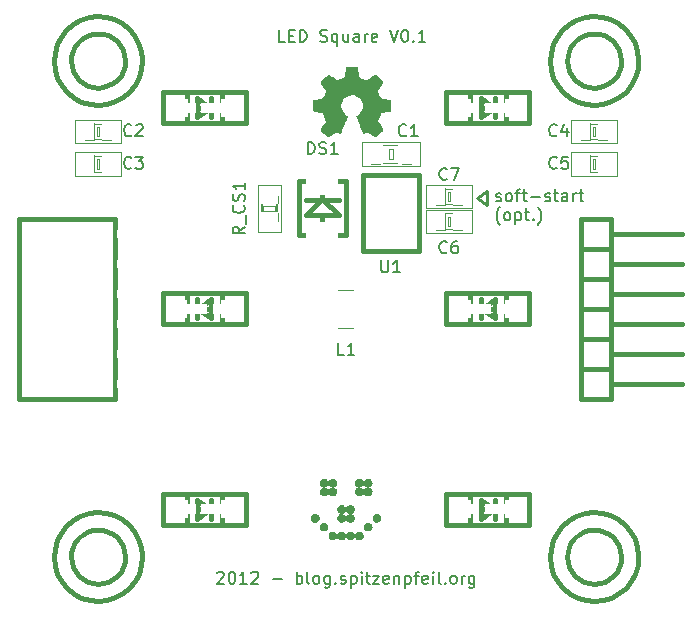
<source format=gto>
G04 (created by PCBNEW-RS274X (2012-jan-04)-stable) date Mon 29 Oct 2012 04:53:34 AM CET*
G01*
G70*
G90*
%MOIN*%
G04 Gerber Fmt 3.4, Leading zero omitted, Abs format*
%FSLAX34Y34*%
G04 APERTURE LIST*
%ADD10C,0.006000*%
%ADD11C,0.010000*%
%ADD12C,0.008000*%
%ADD13C,0.015000*%
%ADD14C,0.002600*%
%ADD15C,0.004000*%
%ADD16C,0.000100*%
%ADD17C,0.002000*%
%ADD18R,0.027600X0.063000*%
%ADD19R,0.039400X0.086600*%
%ADD20R,0.070900X0.133900*%
%ADD21C,0.075000*%
%ADD22R,0.098400X0.177200*%
%ADD23C,0.160000*%
%ADD24R,0.059000X0.051100*%
%ADD25R,0.063000X0.061000*%
%ADD26R,0.025600X0.033900*%
%ADD27R,0.066900X0.033900*%
%ADD28R,0.108300X0.108300*%
%ADD29R,0.051100X0.059000*%
%ADD30R,0.062900X0.070800*%
G04 APERTURE END LIST*
G54D10*
G54D11*
X38937Y-43780D02*
X38622Y-43543D01*
X38937Y-43307D02*
X38937Y-43780D01*
X38622Y-43543D02*
X38937Y-43307D01*
G54D12*
X39249Y-43647D02*
X39287Y-43666D01*
X39363Y-43666D01*
X39402Y-43647D01*
X39421Y-43609D01*
X39421Y-43590D01*
X39402Y-43552D01*
X39363Y-43533D01*
X39306Y-43533D01*
X39268Y-43514D01*
X39249Y-43475D01*
X39249Y-43456D01*
X39268Y-43418D01*
X39306Y-43399D01*
X39363Y-43399D01*
X39402Y-43418D01*
X39649Y-43666D02*
X39611Y-43647D01*
X39592Y-43628D01*
X39573Y-43590D01*
X39573Y-43475D01*
X39592Y-43437D01*
X39611Y-43418D01*
X39649Y-43399D01*
X39707Y-43399D01*
X39745Y-43418D01*
X39764Y-43437D01*
X39783Y-43475D01*
X39783Y-43590D01*
X39764Y-43628D01*
X39745Y-43647D01*
X39707Y-43666D01*
X39649Y-43666D01*
X39897Y-43399D02*
X40049Y-43399D01*
X39954Y-43666D02*
X39954Y-43323D01*
X39973Y-43285D01*
X40011Y-43266D01*
X40049Y-43266D01*
X40126Y-43399D02*
X40278Y-43399D01*
X40183Y-43266D02*
X40183Y-43609D01*
X40202Y-43647D01*
X40240Y-43666D01*
X40278Y-43666D01*
X40412Y-43514D02*
X40717Y-43514D01*
X40888Y-43647D02*
X40926Y-43666D01*
X41002Y-43666D01*
X41041Y-43647D01*
X41060Y-43609D01*
X41060Y-43590D01*
X41041Y-43552D01*
X41002Y-43533D01*
X40945Y-43533D01*
X40907Y-43514D01*
X40888Y-43475D01*
X40888Y-43456D01*
X40907Y-43418D01*
X40945Y-43399D01*
X41002Y-43399D01*
X41041Y-43418D01*
X41174Y-43399D02*
X41326Y-43399D01*
X41231Y-43266D02*
X41231Y-43609D01*
X41250Y-43647D01*
X41288Y-43666D01*
X41326Y-43666D01*
X41632Y-43666D02*
X41632Y-43456D01*
X41613Y-43418D01*
X41575Y-43399D01*
X41498Y-43399D01*
X41460Y-43418D01*
X41632Y-43647D02*
X41594Y-43666D01*
X41498Y-43666D01*
X41460Y-43647D01*
X41441Y-43609D01*
X41441Y-43571D01*
X41460Y-43533D01*
X41498Y-43514D01*
X41594Y-43514D01*
X41632Y-43494D01*
X41822Y-43666D02*
X41822Y-43399D01*
X41822Y-43475D02*
X41841Y-43437D01*
X41860Y-43418D01*
X41898Y-43399D01*
X41937Y-43399D01*
X42013Y-43399D02*
X42165Y-43399D01*
X42070Y-43266D02*
X42070Y-43609D01*
X42089Y-43647D01*
X42127Y-43666D01*
X42165Y-43666D01*
X39383Y-44458D02*
X39363Y-44439D01*
X39325Y-44382D01*
X39306Y-44344D01*
X39287Y-44287D01*
X39268Y-44192D01*
X39268Y-44115D01*
X39287Y-44020D01*
X39306Y-43963D01*
X39325Y-43925D01*
X39363Y-43868D01*
X39383Y-43849D01*
X39592Y-44306D02*
X39554Y-44287D01*
X39535Y-44268D01*
X39516Y-44230D01*
X39516Y-44115D01*
X39535Y-44077D01*
X39554Y-44058D01*
X39592Y-44039D01*
X39650Y-44039D01*
X39688Y-44058D01*
X39707Y-44077D01*
X39726Y-44115D01*
X39726Y-44230D01*
X39707Y-44268D01*
X39688Y-44287D01*
X39650Y-44306D01*
X39592Y-44306D01*
X39897Y-44039D02*
X39897Y-44439D01*
X39897Y-44058D02*
X39935Y-44039D01*
X40012Y-44039D01*
X40050Y-44058D01*
X40069Y-44077D01*
X40088Y-44115D01*
X40088Y-44230D01*
X40069Y-44268D01*
X40050Y-44287D01*
X40012Y-44306D01*
X39935Y-44306D01*
X39897Y-44287D01*
X40202Y-44039D02*
X40354Y-44039D01*
X40259Y-43906D02*
X40259Y-44249D01*
X40278Y-44287D01*
X40316Y-44306D01*
X40354Y-44306D01*
X40488Y-44268D02*
X40507Y-44287D01*
X40488Y-44306D01*
X40469Y-44287D01*
X40488Y-44268D01*
X40488Y-44306D01*
X40640Y-44458D02*
X40659Y-44439D01*
X40697Y-44382D01*
X40716Y-44344D01*
X40735Y-44287D01*
X40754Y-44192D01*
X40754Y-44115D01*
X40735Y-44020D01*
X40716Y-43963D01*
X40697Y-43925D01*
X40659Y-43868D01*
X40640Y-43849D01*
G54D13*
X43999Y-55512D02*
X43970Y-55799D01*
X43887Y-56075D01*
X43751Y-56330D01*
X43569Y-56554D01*
X43347Y-56738D01*
X43093Y-56875D01*
X42817Y-56960D01*
X42530Y-56990D01*
X42243Y-56964D01*
X41966Y-56883D01*
X41711Y-56749D01*
X41486Y-56568D01*
X41300Y-56347D01*
X41161Y-56094D01*
X41074Y-55819D01*
X41042Y-55532D01*
X41066Y-55246D01*
X41145Y-54968D01*
X41277Y-54711D01*
X41457Y-54485D01*
X41676Y-54298D01*
X41928Y-54157D01*
X42203Y-54068D01*
X42490Y-54034D01*
X42776Y-54056D01*
X43054Y-54134D01*
X43312Y-54264D01*
X43539Y-54441D01*
X43728Y-54660D01*
X43871Y-54911D01*
X43962Y-55185D01*
X43998Y-55471D01*
X43999Y-55512D01*
X43996Y-38976D02*
X43967Y-39262D01*
X43884Y-39538D01*
X43749Y-39792D01*
X43567Y-40016D01*
X43345Y-40199D01*
X43091Y-40336D01*
X42816Y-40421D01*
X42530Y-40451D01*
X42244Y-40425D01*
X41968Y-40344D01*
X41712Y-40211D01*
X41488Y-40030D01*
X41303Y-39809D01*
X41164Y-39557D01*
X41077Y-39282D01*
X41045Y-38996D01*
X41069Y-38710D01*
X41148Y-38433D01*
X41280Y-38177D01*
X41459Y-37951D01*
X41678Y-37764D01*
X41930Y-37624D01*
X42204Y-37535D01*
X42490Y-37501D01*
X42776Y-37523D01*
X43053Y-37600D01*
X43310Y-37730D01*
X43537Y-37908D01*
X43726Y-38126D01*
X43868Y-38376D01*
X43959Y-38649D01*
X43995Y-38935D01*
X43996Y-38976D01*
X27460Y-55512D02*
X27431Y-55798D01*
X27348Y-56074D01*
X27213Y-56328D01*
X27031Y-56552D01*
X26809Y-56735D01*
X26555Y-56872D01*
X26280Y-56957D01*
X25994Y-56987D01*
X25708Y-56961D01*
X25432Y-56880D01*
X25176Y-56747D01*
X24952Y-56566D01*
X24767Y-56345D01*
X24628Y-56093D01*
X24541Y-55818D01*
X24509Y-55532D01*
X24533Y-55246D01*
X24612Y-54969D01*
X24744Y-54713D01*
X24923Y-54487D01*
X25142Y-54300D01*
X25394Y-54160D01*
X25668Y-54071D01*
X25954Y-54037D01*
X26240Y-54059D01*
X26517Y-54136D01*
X26774Y-54266D01*
X27001Y-54444D01*
X27190Y-54662D01*
X27332Y-54912D01*
X27423Y-55185D01*
X27459Y-55471D01*
X27460Y-55512D01*
X27460Y-38976D02*
X27431Y-39262D01*
X27348Y-39538D01*
X27213Y-39792D01*
X27031Y-40016D01*
X26809Y-40199D01*
X26555Y-40336D01*
X26280Y-40421D01*
X25994Y-40451D01*
X25708Y-40425D01*
X25432Y-40344D01*
X25176Y-40211D01*
X24952Y-40030D01*
X24767Y-39809D01*
X24628Y-39557D01*
X24541Y-39282D01*
X24509Y-38996D01*
X24533Y-38710D01*
X24612Y-38433D01*
X24744Y-38177D01*
X24923Y-37951D01*
X25142Y-37764D01*
X25394Y-37624D01*
X25668Y-37535D01*
X25954Y-37501D01*
X26240Y-37523D01*
X26517Y-37600D01*
X26774Y-37730D01*
X27001Y-37908D01*
X27190Y-38126D01*
X27332Y-38376D01*
X27423Y-38649D01*
X27459Y-38935D01*
X27460Y-38976D01*
G54D12*
X32211Y-38351D02*
X32020Y-38351D01*
X32020Y-37951D01*
X32344Y-38141D02*
X32478Y-38141D01*
X32535Y-38351D02*
X32344Y-38351D01*
X32344Y-37951D01*
X32535Y-37951D01*
X32706Y-38351D02*
X32706Y-37951D01*
X32801Y-37951D01*
X32859Y-37970D01*
X32897Y-38008D01*
X32916Y-38046D01*
X32935Y-38122D01*
X32935Y-38179D01*
X32916Y-38256D01*
X32897Y-38294D01*
X32859Y-38332D01*
X32801Y-38351D01*
X32706Y-38351D01*
X33392Y-38332D02*
X33449Y-38351D01*
X33545Y-38351D01*
X33583Y-38332D01*
X33602Y-38313D01*
X33621Y-38275D01*
X33621Y-38237D01*
X33602Y-38199D01*
X33583Y-38179D01*
X33545Y-38160D01*
X33468Y-38141D01*
X33430Y-38122D01*
X33411Y-38103D01*
X33392Y-38065D01*
X33392Y-38027D01*
X33411Y-37989D01*
X33430Y-37970D01*
X33468Y-37951D01*
X33564Y-37951D01*
X33621Y-37970D01*
X33964Y-38084D02*
X33964Y-38484D01*
X33964Y-38332D02*
X33926Y-38351D01*
X33849Y-38351D01*
X33811Y-38332D01*
X33792Y-38313D01*
X33773Y-38275D01*
X33773Y-38160D01*
X33792Y-38122D01*
X33811Y-38103D01*
X33849Y-38084D01*
X33926Y-38084D01*
X33964Y-38103D01*
X34326Y-38084D02*
X34326Y-38351D01*
X34154Y-38084D02*
X34154Y-38294D01*
X34173Y-38332D01*
X34211Y-38351D01*
X34269Y-38351D01*
X34307Y-38332D01*
X34326Y-38313D01*
X34688Y-38351D02*
X34688Y-38141D01*
X34669Y-38103D01*
X34631Y-38084D01*
X34554Y-38084D01*
X34516Y-38103D01*
X34688Y-38332D02*
X34650Y-38351D01*
X34554Y-38351D01*
X34516Y-38332D01*
X34497Y-38294D01*
X34497Y-38256D01*
X34516Y-38218D01*
X34554Y-38199D01*
X34650Y-38199D01*
X34688Y-38179D01*
X34878Y-38351D02*
X34878Y-38084D01*
X34878Y-38160D02*
X34897Y-38122D01*
X34916Y-38103D01*
X34954Y-38084D01*
X34993Y-38084D01*
X35279Y-38332D02*
X35241Y-38351D01*
X35164Y-38351D01*
X35126Y-38332D01*
X35107Y-38294D01*
X35107Y-38141D01*
X35126Y-38103D01*
X35164Y-38084D01*
X35241Y-38084D01*
X35279Y-38103D01*
X35298Y-38141D01*
X35298Y-38179D01*
X35107Y-38218D01*
X35717Y-37951D02*
X35850Y-38351D01*
X35984Y-37951D01*
X36193Y-37951D02*
X36232Y-37951D01*
X36270Y-37970D01*
X36289Y-37989D01*
X36308Y-38027D01*
X36327Y-38103D01*
X36327Y-38199D01*
X36308Y-38275D01*
X36289Y-38313D01*
X36270Y-38332D01*
X36232Y-38351D01*
X36193Y-38351D01*
X36155Y-38332D01*
X36136Y-38313D01*
X36117Y-38275D01*
X36098Y-38199D01*
X36098Y-38103D01*
X36117Y-38027D01*
X36136Y-37989D01*
X36155Y-37970D01*
X36193Y-37951D01*
X36498Y-38313D02*
X36517Y-38332D01*
X36498Y-38351D01*
X36479Y-38332D01*
X36498Y-38313D01*
X36498Y-38351D01*
X36898Y-38351D02*
X36669Y-38351D01*
X36783Y-38351D02*
X36783Y-37951D01*
X36745Y-38008D01*
X36707Y-38046D01*
X36669Y-38065D01*
X29954Y-56050D02*
X29973Y-56031D01*
X30011Y-56012D01*
X30107Y-56012D01*
X30145Y-56031D01*
X30164Y-56050D01*
X30183Y-56088D01*
X30183Y-56126D01*
X30164Y-56183D01*
X29935Y-56412D01*
X30183Y-56412D01*
X30430Y-56012D02*
X30469Y-56012D01*
X30507Y-56031D01*
X30526Y-56050D01*
X30545Y-56088D01*
X30564Y-56164D01*
X30564Y-56260D01*
X30545Y-56336D01*
X30526Y-56374D01*
X30507Y-56393D01*
X30469Y-56412D01*
X30430Y-56412D01*
X30392Y-56393D01*
X30373Y-56374D01*
X30354Y-56336D01*
X30335Y-56260D01*
X30335Y-56164D01*
X30354Y-56088D01*
X30373Y-56050D01*
X30392Y-56031D01*
X30430Y-56012D01*
X30945Y-56412D02*
X30716Y-56412D01*
X30830Y-56412D02*
X30830Y-56012D01*
X30792Y-56069D01*
X30754Y-56107D01*
X30716Y-56126D01*
X31097Y-56050D02*
X31116Y-56031D01*
X31154Y-56012D01*
X31250Y-56012D01*
X31288Y-56031D01*
X31307Y-56050D01*
X31326Y-56088D01*
X31326Y-56126D01*
X31307Y-56183D01*
X31078Y-56412D01*
X31326Y-56412D01*
X31802Y-56260D02*
X32107Y-56260D01*
X32602Y-56412D02*
X32602Y-56012D01*
X32602Y-56164D02*
X32640Y-56145D01*
X32717Y-56145D01*
X32755Y-56164D01*
X32774Y-56183D01*
X32793Y-56221D01*
X32793Y-56336D01*
X32774Y-56374D01*
X32755Y-56393D01*
X32717Y-56412D01*
X32640Y-56412D01*
X32602Y-56393D01*
X33021Y-56412D02*
X32983Y-56393D01*
X32964Y-56355D01*
X32964Y-56012D01*
X33231Y-56412D02*
X33193Y-56393D01*
X33174Y-56374D01*
X33155Y-56336D01*
X33155Y-56221D01*
X33174Y-56183D01*
X33193Y-56164D01*
X33231Y-56145D01*
X33289Y-56145D01*
X33327Y-56164D01*
X33346Y-56183D01*
X33365Y-56221D01*
X33365Y-56336D01*
X33346Y-56374D01*
X33327Y-56393D01*
X33289Y-56412D01*
X33231Y-56412D01*
X33708Y-56145D02*
X33708Y-56469D01*
X33689Y-56507D01*
X33670Y-56526D01*
X33631Y-56545D01*
X33574Y-56545D01*
X33536Y-56526D01*
X33708Y-56393D02*
X33670Y-56412D01*
X33593Y-56412D01*
X33555Y-56393D01*
X33536Y-56374D01*
X33517Y-56336D01*
X33517Y-56221D01*
X33536Y-56183D01*
X33555Y-56164D01*
X33593Y-56145D01*
X33670Y-56145D01*
X33708Y-56164D01*
X33898Y-56374D02*
X33917Y-56393D01*
X33898Y-56412D01*
X33879Y-56393D01*
X33898Y-56374D01*
X33898Y-56412D01*
X34069Y-56393D02*
X34107Y-56412D01*
X34183Y-56412D01*
X34222Y-56393D01*
X34241Y-56355D01*
X34241Y-56336D01*
X34222Y-56298D01*
X34183Y-56279D01*
X34126Y-56279D01*
X34088Y-56260D01*
X34069Y-56221D01*
X34069Y-56202D01*
X34088Y-56164D01*
X34126Y-56145D01*
X34183Y-56145D01*
X34222Y-56164D01*
X34412Y-56145D02*
X34412Y-56545D01*
X34412Y-56164D02*
X34450Y-56145D01*
X34527Y-56145D01*
X34565Y-56164D01*
X34584Y-56183D01*
X34603Y-56221D01*
X34603Y-56336D01*
X34584Y-56374D01*
X34565Y-56393D01*
X34527Y-56412D01*
X34450Y-56412D01*
X34412Y-56393D01*
X34774Y-56412D02*
X34774Y-56145D01*
X34774Y-56012D02*
X34755Y-56031D01*
X34774Y-56050D01*
X34793Y-56031D01*
X34774Y-56012D01*
X34774Y-56050D01*
X34907Y-56145D02*
X35059Y-56145D01*
X34964Y-56012D02*
X34964Y-56355D01*
X34983Y-56393D01*
X35021Y-56412D01*
X35059Y-56412D01*
X35155Y-56145D02*
X35365Y-56145D01*
X35155Y-56412D01*
X35365Y-56412D01*
X35670Y-56393D02*
X35632Y-56412D01*
X35555Y-56412D01*
X35517Y-56393D01*
X35498Y-56355D01*
X35498Y-56202D01*
X35517Y-56164D01*
X35555Y-56145D01*
X35632Y-56145D01*
X35670Y-56164D01*
X35689Y-56202D01*
X35689Y-56240D01*
X35498Y-56279D01*
X35860Y-56145D02*
X35860Y-56412D01*
X35860Y-56183D02*
X35879Y-56164D01*
X35917Y-56145D01*
X35975Y-56145D01*
X36013Y-56164D01*
X36032Y-56202D01*
X36032Y-56412D01*
X36222Y-56145D02*
X36222Y-56545D01*
X36222Y-56164D02*
X36260Y-56145D01*
X36337Y-56145D01*
X36375Y-56164D01*
X36394Y-56183D01*
X36413Y-56221D01*
X36413Y-56336D01*
X36394Y-56374D01*
X36375Y-56393D01*
X36337Y-56412D01*
X36260Y-56412D01*
X36222Y-56393D01*
X36527Y-56145D02*
X36679Y-56145D01*
X36584Y-56412D02*
X36584Y-56069D01*
X36603Y-56031D01*
X36641Y-56012D01*
X36679Y-56012D01*
X36966Y-56393D02*
X36928Y-56412D01*
X36851Y-56412D01*
X36813Y-56393D01*
X36794Y-56355D01*
X36794Y-56202D01*
X36813Y-56164D01*
X36851Y-56145D01*
X36928Y-56145D01*
X36966Y-56164D01*
X36985Y-56202D01*
X36985Y-56240D01*
X36794Y-56279D01*
X37156Y-56412D02*
X37156Y-56145D01*
X37156Y-56012D02*
X37137Y-56031D01*
X37156Y-56050D01*
X37175Y-56031D01*
X37156Y-56012D01*
X37156Y-56050D01*
X37403Y-56412D02*
X37365Y-56393D01*
X37346Y-56355D01*
X37346Y-56012D01*
X37556Y-56374D02*
X37575Y-56393D01*
X37556Y-56412D01*
X37537Y-56393D01*
X37556Y-56374D01*
X37556Y-56412D01*
X37803Y-56412D02*
X37765Y-56393D01*
X37746Y-56374D01*
X37727Y-56336D01*
X37727Y-56221D01*
X37746Y-56183D01*
X37765Y-56164D01*
X37803Y-56145D01*
X37861Y-56145D01*
X37899Y-56164D01*
X37918Y-56183D01*
X37937Y-56221D01*
X37937Y-56336D01*
X37918Y-56374D01*
X37899Y-56393D01*
X37861Y-56412D01*
X37803Y-56412D01*
X38108Y-56412D02*
X38108Y-56145D01*
X38108Y-56221D02*
X38127Y-56183D01*
X38146Y-56164D01*
X38184Y-56145D01*
X38223Y-56145D01*
X38528Y-56145D02*
X38528Y-56469D01*
X38509Y-56507D01*
X38490Y-56526D01*
X38451Y-56545D01*
X38394Y-56545D01*
X38356Y-56526D01*
X38528Y-56393D02*
X38490Y-56412D01*
X38413Y-56412D01*
X38375Y-56393D01*
X38356Y-56374D01*
X38337Y-56336D01*
X38337Y-56221D01*
X38356Y-56183D01*
X38375Y-56164D01*
X38413Y-56145D01*
X38490Y-56145D01*
X38528Y-56164D01*
G54D13*
X34803Y-42796D02*
X36693Y-42796D01*
X36693Y-42796D02*
X36693Y-45316D01*
X36693Y-45316D02*
X34803Y-45316D01*
X34803Y-45316D02*
X34803Y-42796D01*
X43070Y-44244D02*
X43070Y-50244D01*
X42086Y-50244D02*
X43070Y-50244D01*
X42086Y-44244D02*
X43070Y-44244D01*
X42086Y-50244D02*
X42086Y-44244D01*
X43070Y-44744D02*
X45433Y-44744D01*
X43070Y-45744D02*
X45433Y-45744D01*
X43070Y-46744D02*
X45433Y-46744D01*
X45433Y-47744D02*
X43070Y-47744D01*
X43070Y-48744D02*
X45433Y-48744D01*
X43070Y-49744D02*
X45433Y-49744D01*
X42086Y-45244D02*
X43070Y-45244D01*
X42086Y-46244D02*
X43070Y-46244D01*
X42086Y-49244D02*
X43070Y-49244D01*
X42086Y-48244D02*
X43070Y-48244D01*
X42086Y-47244D02*
X43070Y-47244D01*
X26536Y-44244D02*
X23347Y-44244D01*
X23347Y-44244D02*
X23347Y-50244D01*
X23347Y-50244D02*
X26536Y-50244D01*
X26536Y-44244D02*
X26536Y-50244D01*
G54D14*
X33312Y-47894D02*
X33687Y-47894D01*
X33687Y-47894D02*
X33687Y-46595D01*
X33312Y-46595D02*
X33687Y-46595D01*
X33312Y-47894D02*
X33312Y-46595D01*
X34822Y-47894D02*
X35196Y-47894D01*
X35196Y-47894D02*
X35196Y-46595D01*
X34822Y-46595D02*
X35196Y-46595D01*
X34822Y-47894D02*
X34822Y-46595D01*
G54D15*
X33672Y-46614D02*
X34832Y-46614D01*
X33682Y-47874D02*
X34832Y-47874D01*
G54D13*
X26884Y-55512D02*
X26866Y-55686D01*
X26816Y-55854D01*
X26733Y-56010D01*
X26622Y-56146D01*
X26487Y-56258D01*
X26332Y-56341D01*
X26164Y-56393D01*
X25990Y-56411D01*
X25816Y-56396D01*
X25647Y-56346D01*
X25492Y-56265D01*
X25355Y-56155D01*
X25242Y-56020D01*
X25157Y-55866D01*
X25104Y-55699D01*
X25085Y-55524D01*
X25099Y-55350D01*
X25148Y-55181D01*
X25228Y-55025D01*
X25337Y-54887D01*
X25471Y-54773D01*
X25624Y-54688D01*
X25791Y-54633D01*
X25966Y-54613D01*
X26140Y-54626D01*
X26309Y-54673D01*
X26466Y-54753D01*
X26604Y-54861D01*
X26719Y-54994D01*
X26806Y-55146D01*
X26861Y-55313D01*
X26883Y-55487D01*
X26884Y-55512D01*
X43420Y-55512D02*
X43402Y-55686D01*
X43352Y-55854D01*
X43269Y-56010D01*
X43158Y-56146D01*
X43023Y-56258D01*
X42868Y-56341D01*
X42700Y-56393D01*
X42526Y-56411D01*
X42352Y-56396D01*
X42183Y-56346D01*
X42028Y-56265D01*
X41891Y-56155D01*
X41778Y-56020D01*
X41693Y-55866D01*
X41640Y-55699D01*
X41621Y-55524D01*
X41635Y-55350D01*
X41684Y-55181D01*
X41764Y-55025D01*
X41873Y-54887D01*
X42007Y-54773D01*
X42160Y-54688D01*
X42327Y-54633D01*
X42502Y-54613D01*
X42676Y-54626D01*
X42845Y-54673D01*
X43002Y-54753D01*
X43140Y-54861D01*
X43255Y-54994D01*
X43342Y-55146D01*
X43397Y-55313D01*
X43419Y-55487D01*
X43420Y-55512D01*
X43420Y-38976D02*
X43402Y-39150D01*
X43352Y-39318D01*
X43269Y-39474D01*
X43158Y-39610D01*
X43023Y-39722D01*
X42868Y-39805D01*
X42700Y-39857D01*
X42526Y-39875D01*
X42352Y-39860D01*
X42183Y-39810D01*
X42028Y-39729D01*
X41891Y-39619D01*
X41778Y-39484D01*
X41693Y-39330D01*
X41640Y-39163D01*
X41621Y-38988D01*
X41635Y-38814D01*
X41684Y-38645D01*
X41764Y-38489D01*
X41873Y-38351D01*
X42007Y-38237D01*
X42160Y-38152D01*
X42327Y-38097D01*
X42502Y-38077D01*
X42676Y-38090D01*
X42845Y-38137D01*
X43002Y-38217D01*
X43140Y-38325D01*
X43255Y-38458D01*
X43342Y-38610D01*
X43397Y-38777D01*
X43419Y-38951D01*
X43420Y-38976D01*
X26884Y-38976D02*
X26866Y-39150D01*
X26816Y-39318D01*
X26733Y-39474D01*
X26622Y-39610D01*
X26487Y-39722D01*
X26332Y-39805D01*
X26164Y-39857D01*
X25990Y-39875D01*
X25816Y-39860D01*
X25647Y-39810D01*
X25492Y-39729D01*
X25355Y-39619D01*
X25242Y-39484D01*
X25157Y-39330D01*
X25104Y-39163D01*
X25085Y-38988D01*
X25099Y-38814D01*
X25148Y-38645D01*
X25228Y-38489D01*
X25337Y-38351D01*
X25471Y-38237D01*
X25624Y-38152D01*
X25791Y-38097D01*
X25966Y-38077D01*
X26140Y-38090D01*
X26309Y-38137D01*
X26466Y-38217D01*
X26604Y-38325D01*
X26719Y-38458D01*
X26806Y-38610D01*
X26861Y-38777D01*
X26883Y-38951D01*
X26884Y-38976D01*
G54D16*
G36*
X33652Y-41535D02*
X33666Y-41527D01*
X33697Y-41508D01*
X33741Y-41479D01*
X33793Y-41445D01*
X33845Y-41409D01*
X33888Y-41381D01*
X33918Y-41361D01*
X33930Y-41354D01*
X33937Y-41357D01*
X33962Y-41369D01*
X33997Y-41387D01*
X34018Y-41398D01*
X34051Y-41412D01*
X34068Y-41415D01*
X34070Y-41411D01*
X34082Y-41386D01*
X34101Y-41343D01*
X34126Y-41286D01*
X34155Y-41219D01*
X34185Y-41147D01*
X34216Y-41074D01*
X34245Y-41004D01*
X34270Y-40941D01*
X34291Y-40889D01*
X34305Y-40854D01*
X34310Y-40839D01*
X34308Y-40835D01*
X34292Y-40819D01*
X34263Y-40798D01*
X34201Y-40747D01*
X34139Y-40671D01*
X34102Y-40584D01*
X34089Y-40487D01*
X34100Y-40397D01*
X34135Y-40311D01*
X34195Y-40234D01*
X34268Y-40176D01*
X34353Y-40140D01*
X34449Y-40128D01*
X34540Y-40138D01*
X34628Y-40173D01*
X34706Y-40232D01*
X34739Y-40270D01*
X34784Y-40348D01*
X34809Y-40432D01*
X34812Y-40454D01*
X34808Y-40546D01*
X34781Y-40634D01*
X34732Y-40713D01*
X34665Y-40778D01*
X34656Y-40784D01*
X34625Y-40808D01*
X34604Y-40824D01*
X34587Y-40837D01*
X34705Y-41120D01*
X34724Y-41165D01*
X34756Y-41243D01*
X34784Y-41309D01*
X34807Y-41362D01*
X34823Y-41398D01*
X34830Y-41412D01*
X34830Y-41413D01*
X34841Y-41415D01*
X34862Y-41407D01*
X34902Y-41388D01*
X34928Y-41374D01*
X34958Y-41360D01*
X34972Y-41354D01*
X34983Y-41361D01*
X35012Y-41379D01*
X35054Y-41407D01*
X35105Y-41442D01*
X35153Y-41475D01*
X35197Y-41504D01*
X35229Y-41525D01*
X35245Y-41533D01*
X35247Y-41533D01*
X35261Y-41525D01*
X35287Y-41504D01*
X35325Y-41468D01*
X35380Y-41414D01*
X35388Y-41405D01*
X35433Y-41360D01*
X35469Y-41322D01*
X35494Y-41294D01*
X35503Y-41282D01*
X35503Y-41282D01*
X35495Y-41267D01*
X35474Y-41234D01*
X35445Y-41189D01*
X35409Y-41137D01*
X35315Y-41001D01*
X35367Y-40872D01*
X35383Y-40833D01*
X35403Y-40785D01*
X35418Y-40751D01*
X35425Y-40736D01*
X35439Y-40731D01*
X35474Y-40723D01*
X35525Y-40712D01*
X35586Y-40701D01*
X35644Y-40690D01*
X35696Y-40680D01*
X35734Y-40673D01*
X35751Y-40670D01*
X35755Y-40667D01*
X35759Y-40659D01*
X35761Y-40641D01*
X35762Y-40609D01*
X35763Y-40559D01*
X35763Y-40487D01*
X35763Y-40479D01*
X35762Y-40410D01*
X35761Y-40355D01*
X35759Y-40319D01*
X35757Y-40305D01*
X35757Y-40305D01*
X35740Y-40301D01*
X35703Y-40293D01*
X35651Y-40283D01*
X35589Y-40271D01*
X35585Y-40270D01*
X35523Y-40258D01*
X35470Y-40247D01*
X35434Y-40239D01*
X35419Y-40234D01*
X35415Y-40230D01*
X35403Y-40205D01*
X35385Y-40167D01*
X35364Y-40120D01*
X35344Y-40071D01*
X35327Y-40027D01*
X35315Y-39994D01*
X35311Y-39979D01*
X35311Y-39979D01*
X35321Y-39964D01*
X35342Y-39932D01*
X35372Y-39887D01*
X35409Y-39834D01*
X35411Y-39830D01*
X35447Y-39778D01*
X35476Y-39733D01*
X35495Y-39701D01*
X35503Y-39687D01*
X35502Y-39686D01*
X35491Y-39671D01*
X35464Y-39641D01*
X35426Y-39601D01*
X35380Y-39554D01*
X35365Y-39540D01*
X35314Y-39490D01*
X35278Y-39457D01*
X35256Y-39440D01*
X35246Y-39436D01*
X35245Y-39436D01*
X35229Y-39446D01*
X35196Y-39468D01*
X35151Y-39498D01*
X35098Y-39534D01*
X35094Y-39537D01*
X35042Y-39573D01*
X34998Y-39602D01*
X34967Y-39623D01*
X34953Y-39631D01*
X34951Y-39631D01*
X34929Y-39625D01*
X34892Y-39612D01*
X34846Y-39594D01*
X34797Y-39574D01*
X34753Y-39556D01*
X34720Y-39541D01*
X34705Y-39532D01*
X34704Y-39531D01*
X34699Y-39512D01*
X34690Y-39473D01*
X34678Y-39419D01*
X34666Y-39354D01*
X34664Y-39344D01*
X34652Y-39281D01*
X34642Y-39230D01*
X34635Y-39194D01*
X34631Y-39179D01*
X34622Y-39177D01*
X34592Y-39175D01*
X34545Y-39174D01*
X34489Y-39173D01*
X34429Y-39173D01*
X34371Y-39175D01*
X34322Y-39176D01*
X34286Y-39179D01*
X34271Y-39182D01*
X34271Y-39183D01*
X34265Y-39202D01*
X34257Y-39241D01*
X34246Y-39296D01*
X34233Y-39360D01*
X34231Y-39372D01*
X34219Y-39434D01*
X34209Y-39485D01*
X34201Y-39521D01*
X34197Y-39535D01*
X34192Y-39538D01*
X34166Y-39549D01*
X34124Y-39566D01*
X34072Y-39587D01*
X33952Y-39636D01*
X33804Y-39535D01*
X33791Y-39526D01*
X33738Y-39489D01*
X33694Y-39460D01*
X33664Y-39441D01*
X33651Y-39434D01*
X33650Y-39434D01*
X33635Y-39447D01*
X33606Y-39474D01*
X33566Y-39513D01*
X33520Y-39560D01*
X33485Y-39594D01*
X33445Y-39635D01*
X33419Y-39663D01*
X33405Y-39681D01*
X33400Y-39692D01*
X33401Y-39699D01*
X33411Y-39714D01*
X33432Y-39747D01*
X33463Y-39791D01*
X33499Y-39844D01*
X33528Y-39887D01*
X33560Y-39937D01*
X33581Y-39972D01*
X33588Y-39989D01*
X33586Y-39997D01*
X33576Y-40025D01*
X33559Y-40069D01*
X33536Y-40121D01*
X33485Y-40238D01*
X33409Y-40253D01*
X33362Y-40261D01*
X33297Y-40274D01*
X33235Y-40286D01*
X33138Y-40305D01*
X33135Y-40661D01*
X33150Y-40667D01*
X33164Y-40671D01*
X33200Y-40679D01*
X33251Y-40689D01*
X33312Y-40700D01*
X33363Y-40710D01*
X33415Y-40720D01*
X33453Y-40727D01*
X33469Y-40731D01*
X33473Y-40736D01*
X33486Y-40761D01*
X33505Y-40801D01*
X33525Y-40849D01*
X33546Y-40899D01*
X33564Y-40945D01*
X33577Y-40980D01*
X33582Y-40999D01*
X33575Y-41012D01*
X33555Y-41043D01*
X33527Y-41086D01*
X33491Y-41138D01*
X33456Y-41189D01*
X33426Y-41234D01*
X33406Y-41265D01*
X33397Y-41280D01*
X33401Y-41290D01*
X33422Y-41315D01*
X33461Y-41355D01*
X33519Y-41412D01*
X33528Y-41421D01*
X33574Y-41466D01*
X33613Y-41502D01*
X33640Y-41526D01*
X33652Y-41535D01*
X33652Y-41535D01*
G37*
G36*
X34696Y-54966D02*
X34725Y-54962D01*
X34753Y-54953D01*
X34765Y-54947D01*
X34790Y-54929D01*
X34810Y-54907D01*
X34825Y-54883D01*
X34835Y-54856D01*
X34839Y-54827D01*
X34838Y-54798D01*
X34831Y-54769D01*
X34818Y-54742D01*
X34810Y-54730D01*
X34797Y-54716D01*
X34784Y-54704D01*
X34771Y-54694D01*
X34767Y-54692D01*
X34742Y-54680D01*
X34716Y-54674D01*
X34686Y-54672D01*
X34677Y-54673D01*
X34660Y-54675D01*
X34646Y-54679D01*
X34631Y-54685D01*
X34614Y-54695D01*
X34590Y-54714D01*
X34570Y-54737D01*
X34556Y-54764D01*
X34552Y-54777D01*
X34548Y-54791D01*
X34546Y-54803D01*
X34546Y-54804D01*
X34546Y-54804D01*
X34545Y-54798D01*
X34544Y-54797D01*
X34540Y-54779D01*
X34533Y-54759D01*
X34524Y-54742D01*
X34508Y-54720D01*
X34485Y-54700D01*
X34459Y-54685D01*
X34430Y-54675D01*
X34399Y-54672D01*
X34391Y-54672D01*
X34368Y-54675D01*
X34346Y-54681D01*
X34342Y-54683D01*
X34317Y-54697D01*
X34295Y-54715D01*
X34276Y-54737D01*
X34263Y-54762D01*
X34255Y-54788D01*
X34254Y-54789D01*
X34253Y-54796D01*
X34252Y-54799D01*
X34252Y-54799D01*
X34251Y-54795D01*
X34249Y-54788D01*
X34249Y-54785D01*
X34240Y-54760D01*
X34226Y-54735D01*
X34207Y-54713D01*
X34190Y-54698D01*
X34164Y-54683D01*
X34136Y-54675D01*
X34105Y-54672D01*
X34083Y-54674D01*
X34053Y-54681D01*
X34027Y-54694D01*
X34003Y-54713D01*
X33984Y-54736D01*
X33981Y-54740D01*
X33975Y-54751D01*
X33970Y-54760D01*
X33968Y-54767D01*
X33964Y-54780D01*
X33961Y-54793D01*
X33959Y-54802D01*
X33959Y-54804D01*
X33958Y-54804D01*
X33957Y-54798D01*
X33954Y-54782D01*
X33947Y-54762D01*
X33938Y-54744D01*
X33921Y-54720D01*
X33898Y-54700D01*
X33872Y-54685D01*
X33843Y-54675D01*
X33812Y-54672D01*
X33785Y-54674D01*
X33756Y-54682D01*
X33730Y-54696D01*
X33706Y-54717D01*
X33695Y-54729D01*
X33684Y-54746D01*
X33675Y-54764D01*
X33669Y-54780D01*
X33665Y-54809D01*
X33666Y-54838D01*
X33672Y-54865D01*
X33683Y-54891D01*
X33700Y-54914D01*
X33720Y-54934D01*
X33743Y-54949D01*
X33770Y-54960D01*
X33800Y-54965D01*
X33803Y-54965D01*
X33833Y-54964D01*
X33861Y-54957D01*
X33888Y-54944D01*
X33897Y-54938D01*
X33917Y-54921D01*
X33934Y-54900D01*
X33946Y-54878D01*
X33950Y-54870D01*
X33953Y-54857D01*
X33957Y-54844D01*
X33958Y-54835D01*
X33958Y-54829D01*
X33959Y-54834D01*
X33959Y-54839D01*
X33962Y-54852D01*
X33967Y-54867D01*
X33971Y-54879D01*
X33978Y-54892D01*
X33996Y-54917D01*
X34019Y-54937D01*
X34045Y-54953D01*
X34074Y-54963D01*
X34079Y-54964D01*
X34099Y-54965D01*
X34120Y-54965D01*
X34139Y-54962D01*
X34159Y-54956D01*
X34187Y-54941D01*
X34211Y-54921D01*
X34212Y-54920D01*
X34229Y-54898D01*
X34242Y-54874D01*
X34249Y-54849D01*
X34250Y-54848D01*
X34251Y-54841D01*
X34252Y-54838D01*
X34253Y-54840D01*
X34254Y-54846D01*
X34254Y-54848D01*
X34258Y-54863D01*
X34265Y-54880D01*
X34273Y-54896D01*
X34286Y-54914D01*
X34309Y-54935D01*
X34335Y-54951D01*
X34364Y-54962D01*
X34369Y-54963D01*
X34389Y-54965D01*
X34410Y-54965D01*
X34429Y-54963D01*
X34446Y-54958D01*
X34473Y-54945D01*
X34497Y-54927D01*
X34518Y-54905D01*
X34533Y-54879D01*
X34536Y-54871D01*
X34540Y-54857D01*
X34543Y-54844D01*
X34545Y-54835D01*
X34545Y-54833D01*
X34545Y-54833D01*
X34546Y-54839D01*
X34547Y-54840D01*
X34551Y-54858D01*
X34558Y-54878D01*
X34567Y-54895D01*
X34571Y-54901D01*
X34590Y-54923D01*
X34613Y-54942D01*
X34638Y-54956D01*
X34666Y-54963D01*
X34696Y-54966D01*
X34696Y-54966D01*
G37*
G36*
X33508Y-54672D02*
X33526Y-54671D01*
X33543Y-54669D01*
X33563Y-54664D01*
X33590Y-54652D01*
X33615Y-54635D01*
X33635Y-54613D01*
X33650Y-54587D01*
X33660Y-54559D01*
X33664Y-54530D01*
X33662Y-54500D01*
X33655Y-54472D01*
X33641Y-54445D01*
X33623Y-54422D01*
X33599Y-54402D01*
X33592Y-54398D01*
X33563Y-54385D01*
X33534Y-54378D01*
X33503Y-54378D01*
X33473Y-54384D01*
X33449Y-54394D01*
X33424Y-54411D01*
X33402Y-54433D01*
X33386Y-54459D01*
X33374Y-54489D01*
X33372Y-54503D01*
X33371Y-54522D01*
X33371Y-54541D01*
X33374Y-54557D01*
X33375Y-54563D01*
X33387Y-54592D01*
X33404Y-54618D01*
X33426Y-54640D01*
X33453Y-54657D01*
X33466Y-54662D01*
X33482Y-54668D01*
X33498Y-54671D01*
X33508Y-54672D01*
X33508Y-54672D01*
G37*
G36*
X34990Y-54672D02*
X35020Y-54668D01*
X35049Y-54658D01*
X35077Y-54641D01*
X35082Y-54636D01*
X35103Y-54615D01*
X35119Y-54589D01*
X35130Y-54561D01*
X35132Y-54546D01*
X35133Y-54527D01*
X35133Y-54508D01*
X35130Y-54492D01*
X35129Y-54485D01*
X35117Y-54456D01*
X35100Y-54431D01*
X35079Y-54410D01*
X35053Y-54394D01*
X35025Y-54383D01*
X34995Y-54378D01*
X34983Y-54377D01*
X34954Y-54381D01*
X34926Y-54390D01*
X34901Y-54405D01*
X34880Y-54424D01*
X34862Y-54446D01*
X34849Y-54472D01*
X34842Y-54501D01*
X34840Y-54531D01*
X34842Y-54549D01*
X34845Y-54565D01*
X34851Y-54582D01*
X34863Y-54605D01*
X34882Y-54628D01*
X34905Y-54647D01*
X34931Y-54661D01*
X34960Y-54669D01*
X34990Y-54672D01*
X34990Y-54672D01*
G37*
G36*
X33215Y-54377D02*
X33236Y-54377D01*
X33254Y-54375D01*
X33275Y-54368D01*
X33302Y-54354D01*
X33327Y-54334D01*
X33343Y-54316D01*
X33358Y-54291D01*
X33367Y-54262D01*
X33369Y-54250D01*
X33370Y-54233D01*
X33370Y-54215D01*
X33368Y-54200D01*
X33365Y-54191D01*
X33354Y-54162D01*
X33337Y-54137D01*
X33315Y-54115D01*
X33288Y-54099D01*
X33278Y-54094D01*
X33259Y-54088D01*
X33240Y-54085D01*
X33218Y-54084D01*
X33204Y-54085D01*
X33188Y-54087D01*
X33174Y-54092D01*
X33158Y-54099D01*
X33148Y-54104D01*
X33124Y-54122D01*
X33104Y-54145D01*
X33088Y-54172D01*
X33079Y-54202D01*
X33078Y-54208D01*
X33077Y-54226D01*
X33077Y-54244D01*
X33079Y-54260D01*
X33081Y-54270D01*
X33093Y-54299D01*
X33110Y-54324D01*
X33131Y-54345D01*
X33157Y-54362D01*
X33187Y-54373D01*
X33196Y-54375D01*
X33215Y-54377D01*
X33215Y-54377D01*
G37*
G36*
X34395Y-54377D02*
X34424Y-54375D01*
X34452Y-54368D01*
X34469Y-54360D01*
X34494Y-54342D01*
X34515Y-54321D01*
X34531Y-54295D01*
X34541Y-54266D01*
X34543Y-54260D01*
X34546Y-54236D01*
X34545Y-54214D01*
X34539Y-54188D01*
X34527Y-54159D01*
X34510Y-54135D01*
X34488Y-54114D01*
X34462Y-54098D01*
X34432Y-54087D01*
X34413Y-54083D01*
X34423Y-54081D01*
X34425Y-54081D01*
X34446Y-54076D01*
X34468Y-54066D01*
X34489Y-54053D01*
X34492Y-54050D01*
X34513Y-54028D01*
X34529Y-54004D01*
X34540Y-53976D01*
X34545Y-53948D01*
X34544Y-53919D01*
X34538Y-53890D01*
X34525Y-53863D01*
X34525Y-53862D01*
X34506Y-53837D01*
X34484Y-53818D01*
X34459Y-53804D01*
X34432Y-53795D01*
X34404Y-53791D01*
X34376Y-53792D01*
X34348Y-53799D01*
X34321Y-53812D01*
X34297Y-53831D01*
X34284Y-53845D01*
X34270Y-53866D01*
X34259Y-53889D01*
X34254Y-53911D01*
X34253Y-53916D01*
X34252Y-53919D01*
X34251Y-53917D01*
X34250Y-53911D01*
X34245Y-53891D01*
X34236Y-53870D01*
X34224Y-53850D01*
X34217Y-53841D01*
X34194Y-53820D01*
X34169Y-53805D01*
X34141Y-53795D01*
X34111Y-53790D01*
X34081Y-53793D01*
X34062Y-53797D01*
X34034Y-53809D01*
X34010Y-53826D01*
X33989Y-53848D01*
X33973Y-53873D01*
X33963Y-53902D01*
X33960Y-53917D01*
X33959Y-53947D01*
X33964Y-53976D01*
X33975Y-54004D01*
X33991Y-54028D01*
X34012Y-54050D01*
X34038Y-54067D01*
X34050Y-54072D01*
X34063Y-54077D01*
X34076Y-54081D01*
X34086Y-54082D01*
X34087Y-54083D01*
X34087Y-54083D01*
X34080Y-54085D01*
X34066Y-54089D01*
X34046Y-54096D01*
X34029Y-54105D01*
X34020Y-54111D01*
X34000Y-54128D01*
X33983Y-54149D01*
X33970Y-54171D01*
X33963Y-54195D01*
X33959Y-54222D01*
X33959Y-54247D01*
X33960Y-54253D01*
X33968Y-54283D01*
X33982Y-54310D01*
X34002Y-54334D01*
X34018Y-54349D01*
X34045Y-54365D01*
X34074Y-54375D01*
X34085Y-54376D01*
X34101Y-54377D01*
X34118Y-54376D01*
X34134Y-54375D01*
X34145Y-54372D01*
X34155Y-54369D01*
X34184Y-54355D01*
X34208Y-54336D01*
X34228Y-54312D01*
X34235Y-54300D01*
X34244Y-54280D01*
X34249Y-54261D01*
X34250Y-54260D01*
X34251Y-54253D01*
X34252Y-54250D01*
X34252Y-54250D01*
X34252Y-54211D01*
X34252Y-54211D01*
X34251Y-54208D01*
X34249Y-54200D01*
X34249Y-54198D01*
X34240Y-54172D01*
X34226Y-54147D01*
X34207Y-54125D01*
X34185Y-54107D01*
X34160Y-54094D01*
X34159Y-54093D01*
X34146Y-54089D01*
X34133Y-54086D01*
X34120Y-54083D01*
X34133Y-54081D01*
X34150Y-54077D01*
X34176Y-54065D01*
X34201Y-54048D01*
X34221Y-54028D01*
X34237Y-54003D01*
X34242Y-53991D01*
X34247Y-53976D01*
X34250Y-53963D01*
X34251Y-53958D01*
X34252Y-53955D01*
X34253Y-53957D01*
X34254Y-53963D01*
X34256Y-53974D01*
X34261Y-53989D01*
X34267Y-54003D01*
X34276Y-54019D01*
X34295Y-54041D01*
X34318Y-54060D01*
X34344Y-54073D01*
X34372Y-54081D01*
X34385Y-54083D01*
X34371Y-54086D01*
X34369Y-54086D01*
X34356Y-54090D01*
X34344Y-54094D01*
X34341Y-54095D01*
X34317Y-54108D01*
X34295Y-54127D01*
X34276Y-54149D01*
X34263Y-54174D01*
X34255Y-54200D01*
X34254Y-54201D01*
X34253Y-54208D01*
X34252Y-54211D01*
X34252Y-54250D01*
X34252Y-54250D01*
X34253Y-54254D01*
X34255Y-54261D01*
X34260Y-54280D01*
X34272Y-54306D01*
X34290Y-54330D01*
X34312Y-54349D01*
X34338Y-54364D01*
X34338Y-54365D01*
X34365Y-54374D01*
X34395Y-54377D01*
X34395Y-54377D01*
G37*
G36*
X35270Y-54377D02*
X35294Y-54377D01*
X35315Y-54374D01*
X35329Y-54369D01*
X35357Y-54356D01*
X35381Y-54338D01*
X35401Y-54316D01*
X35415Y-54290D01*
X35424Y-54261D01*
X35428Y-54231D01*
X35427Y-54218D01*
X35422Y-54188D01*
X35410Y-54160D01*
X35391Y-54134D01*
X35386Y-54128D01*
X35366Y-54110D01*
X35341Y-54097D01*
X35315Y-54087D01*
X35314Y-54087D01*
X35292Y-54084D01*
X35269Y-54084D01*
X35247Y-54087D01*
X35238Y-54090D01*
X35211Y-54101D01*
X35186Y-54118D01*
X35166Y-54138D01*
X35150Y-54163D01*
X35139Y-54189D01*
X35134Y-54218D01*
X35134Y-54247D01*
X35141Y-54277D01*
X35151Y-54299D01*
X35168Y-54325D01*
X35190Y-54346D01*
X35215Y-54362D01*
X35244Y-54373D01*
X35247Y-54374D01*
X35270Y-54377D01*
X35270Y-54377D01*
G37*
G36*
X33816Y-53497D02*
X33845Y-53493D01*
X33873Y-53483D01*
X33887Y-53476D01*
X33900Y-53467D01*
X33914Y-53454D01*
X33929Y-53438D01*
X33944Y-53413D01*
X33954Y-53385D01*
X33956Y-53377D01*
X33958Y-53357D01*
X33958Y-53336D01*
X33956Y-53318D01*
X33948Y-53294D01*
X33934Y-53268D01*
X33916Y-53246D01*
X33913Y-53243D01*
X33899Y-53232D01*
X33884Y-53222D01*
X33869Y-53214D01*
X33864Y-53212D01*
X33852Y-53208D01*
X33840Y-53205D01*
X33831Y-53204D01*
X33826Y-53203D01*
X33832Y-53202D01*
X33839Y-53200D01*
X33848Y-53198D01*
X33858Y-53195D01*
X33881Y-53185D01*
X33902Y-53171D01*
X33920Y-53155D01*
X33923Y-53152D01*
X33940Y-53126D01*
X33952Y-53098D01*
X33958Y-53069D01*
X33958Y-53040D01*
X33957Y-53033D01*
X33949Y-53003D01*
X33935Y-52976D01*
X33915Y-52952D01*
X33897Y-52936D01*
X33872Y-52921D01*
X33843Y-52911D01*
X33837Y-52910D01*
X33817Y-52909D01*
X33796Y-52909D01*
X33778Y-52912D01*
X33761Y-52917D01*
X33734Y-52930D01*
X33710Y-52949D01*
X33691Y-52971D01*
X33676Y-52996D01*
X33668Y-53024D01*
X33667Y-53028D01*
X33665Y-53035D01*
X33663Y-53037D01*
X33663Y-53034D01*
X33662Y-53028D01*
X33659Y-53016D01*
X33655Y-53003D01*
X33650Y-52991D01*
X33645Y-52983D01*
X33627Y-52957D01*
X33604Y-52937D01*
X33579Y-52921D01*
X33550Y-52912D01*
X33519Y-52909D01*
X33494Y-52910D01*
X33466Y-52917D01*
X33440Y-52930D01*
X33425Y-52941D01*
X33404Y-52962D01*
X33387Y-52987D01*
X33376Y-53014D01*
X33371Y-53043D01*
X33371Y-53072D01*
X33377Y-53100D01*
X33390Y-53128D01*
X33407Y-53153D01*
X33430Y-53173D01*
X33456Y-53189D01*
X33486Y-53199D01*
X33503Y-53203D01*
X33494Y-53204D01*
X33487Y-53205D01*
X33464Y-53212D01*
X33440Y-53224D01*
X33419Y-53240D01*
X33402Y-53258D01*
X33392Y-53274D01*
X33381Y-53294D01*
X33374Y-53313D01*
X33372Y-53329D01*
X33371Y-53348D01*
X33371Y-53366D01*
X33374Y-53382D01*
X33379Y-53399D01*
X33392Y-53427D01*
X33411Y-53451D01*
X33435Y-53471D01*
X33462Y-53485D01*
X33493Y-53495D01*
X33500Y-53496D01*
X33518Y-53496D01*
X33537Y-53495D01*
X33554Y-53492D01*
X33566Y-53488D01*
X33594Y-53475D01*
X33618Y-53457D01*
X33638Y-53434D01*
X33652Y-53408D01*
X33662Y-53379D01*
X33662Y-53376D01*
X33664Y-53370D01*
X33665Y-53370D01*
X33665Y-53330D01*
X33663Y-53329D01*
X33662Y-53323D01*
X33662Y-53321D01*
X33657Y-53302D01*
X33647Y-53281D01*
X33635Y-53262D01*
X33626Y-53251D01*
X33603Y-53230D01*
X33577Y-53215D01*
X33547Y-53205D01*
X33533Y-53203D01*
X33543Y-53200D01*
X33552Y-53199D01*
X33561Y-53196D01*
X33567Y-53194D01*
X33594Y-53181D01*
X33618Y-53163D01*
X33637Y-53140D01*
X33652Y-53115D01*
X33661Y-53087D01*
X33663Y-53079D01*
X33664Y-53075D01*
X33666Y-53078D01*
X33668Y-53087D01*
X33668Y-53088D01*
X33672Y-53103D01*
X33680Y-53121D01*
X33689Y-53137D01*
X33696Y-53146D01*
X33709Y-53160D01*
X33724Y-53174D01*
X33738Y-53183D01*
X33739Y-53184D01*
X33762Y-53194D01*
X33786Y-53201D01*
X33796Y-53203D01*
X33784Y-53205D01*
X33758Y-53212D01*
X33732Y-53226D01*
X33709Y-53244D01*
X33690Y-53266D01*
X33685Y-53274D01*
X33678Y-53288D01*
X33672Y-53303D01*
X33668Y-53316D01*
X33666Y-53326D01*
X33666Y-53326D01*
X33665Y-53330D01*
X33665Y-53370D01*
X33665Y-53370D01*
X33667Y-53377D01*
X33669Y-53385D01*
X33671Y-53395D01*
X33677Y-53410D01*
X33692Y-53435D01*
X33711Y-53457D01*
X33734Y-53474D01*
X33760Y-53487D01*
X33787Y-53494D01*
X33816Y-53497D01*
X33816Y-53497D01*
G37*
G36*
X34700Y-53497D02*
X34729Y-53492D01*
X34757Y-53482D01*
X34781Y-53466D01*
X34803Y-53446D01*
X34820Y-53422D01*
X34833Y-53395D01*
X34835Y-53385D01*
X34837Y-53377D01*
X34837Y-53375D01*
X34839Y-53370D01*
X34839Y-53370D01*
X34839Y-53329D01*
X34838Y-53325D01*
X34835Y-53314D01*
X34830Y-53298D01*
X34817Y-53271D01*
X34799Y-53248D01*
X34777Y-53229D01*
X34751Y-53214D01*
X34722Y-53205D01*
X34708Y-53203D01*
X34718Y-53201D01*
X34719Y-53200D01*
X34743Y-53193D01*
X34766Y-53183D01*
X34775Y-53177D01*
X34790Y-53165D01*
X34804Y-53150D01*
X34815Y-53137D01*
X34823Y-53123D01*
X34831Y-53105D01*
X34836Y-53087D01*
X34838Y-53079D01*
X34839Y-53075D01*
X34841Y-53078D01*
X34843Y-53086D01*
X34848Y-53106D01*
X34862Y-53133D01*
X34881Y-53157D01*
X34903Y-53176D01*
X34930Y-53191D01*
X34961Y-53200D01*
X34971Y-53203D01*
X34957Y-53205D01*
X34943Y-53209D01*
X34915Y-53221D01*
X34890Y-53239D01*
X34869Y-53262D01*
X34863Y-53270D01*
X34855Y-53283D01*
X34848Y-53299D01*
X34845Y-53310D01*
X34842Y-53321D01*
X34842Y-53322D01*
X34841Y-53328D01*
X34839Y-53329D01*
X34839Y-53370D01*
X34840Y-53371D01*
X34842Y-53378D01*
X34845Y-53388D01*
X34853Y-53410D01*
X34865Y-53431D01*
X34873Y-53443D01*
X34895Y-53464D01*
X34921Y-53481D01*
X34951Y-53492D01*
X34964Y-53495D01*
X34984Y-53496D01*
X35005Y-53495D01*
X35023Y-53492D01*
X35025Y-53492D01*
X35054Y-53480D01*
X35080Y-53463D01*
X35102Y-53441D01*
X35118Y-53415D01*
X35130Y-53385D01*
X35132Y-53372D01*
X35133Y-53352D01*
X35133Y-53331D01*
X35130Y-53313D01*
X35124Y-53297D01*
X35114Y-53276D01*
X35102Y-53258D01*
X35089Y-53244D01*
X35071Y-53229D01*
X35052Y-53218D01*
X35045Y-53214D01*
X35031Y-53209D01*
X35017Y-53205D01*
X35006Y-53204D01*
X35005Y-53203D01*
X35009Y-53202D01*
X35018Y-53199D01*
X35035Y-53194D01*
X35054Y-53186D01*
X35070Y-53177D01*
X35073Y-53175D01*
X35092Y-53157D01*
X35109Y-53137D01*
X35122Y-53115D01*
X35126Y-53104D01*
X35132Y-53074D01*
X35133Y-53044D01*
X35128Y-53015D01*
X35126Y-53008D01*
X35114Y-52981D01*
X35096Y-52957D01*
X35073Y-52937D01*
X35047Y-52921D01*
X35018Y-52911D01*
X35014Y-52911D01*
X34994Y-52909D01*
X34972Y-52909D01*
X34953Y-52912D01*
X34948Y-52913D01*
X34919Y-52925D01*
X34893Y-52942D01*
X34872Y-52964D01*
X34854Y-52991D01*
X34851Y-52999D01*
X34846Y-53012D01*
X34843Y-53025D01*
X34841Y-53034D01*
X34841Y-53036D01*
X34840Y-53037D01*
X34838Y-53033D01*
X34837Y-53025D01*
X34831Y-53005D01*
X34819Y-52979D01*
X34801Y-52956D01*
X34779Y-52936D01*
X34753Y-52921D01*
X34753Y-52921D01*
X34726Y-52912D01*
X34696Y-52909D01*
X34667Y-52911D01*
X34639Y-52918D01*
X34622Y-52926D01*
X34597Y-52944D01*
X34576Y-52965D01*
X34560Y-52991D01*
X34550Y-53020D01*
X34548Y-53026D01*
X34545Y-53050D01*
X34546Y-53072D01*
X34552Y-53100D01*
X34565Y-53128D01*
X34582Y-53152D01*
X34605Y-53173D01*
X34631Y-53189D01*
X34661Y-53199D01*
X34668Y-53201D01*
X34673Y-53203D01*
X34673Y-53204D01*
X34664Y-53205D01*
X34647Y-53209D01*
X34629Y-53217D01*
X34612Y-53227D01*
X34595Y-53239D01*
X34574Y-53262D01*
X34559Y-53289D01*
X34557Y-53293D01*
X34548Y-53322D01*
X34546Y-53352D01*
X34549Y-53382D01*
X34559Y-53411D01*
X34565Y-53424D01*
X34575Y-53437D01*
X34587Y-53451D01*
X34588Y-53452D01*
X34612Y-53472D01*
X34638Y-53486D01*
X34668Y-53494D01*
X34670Y-53495D01*
X34700Y-53497D01*
X34700Y-53497D01*
G37*
G54D14*
X31968Y-43738D02*
X31968Y-43483D01*
X31968Y-43483D02*
X31417Y-43483D01*
X31417Y-43738D02*
X31417Y-43483D01*
X31968Y-43738D02*
X31417Y-43738D01*
X31968Y-44318D02*
X31968Y-44062D01*
X31968Y-44062D02*
X31417Y-44062D01*
X31417Y-44318D02*
X31417Y-44062D01*
X31968Y-44318D02*
X31417Y-44318D01*
X31889Y-43976D02*
X31889Y-43820D01*
X31889Y-43820D02*
X31497Y-43820D01*
X31497Y-43976D02*
X31497Y-43820D01*
X31889Y-43976D02*
X31497Y-43976D01*
G54D10*
X31443Y-44059D02*
X31443Y-43737D01*
X31943Y-44059D02*
X31943Y-43737D01*
G54D17*
X31306Y-44674D02*
X31306Y-43122D01*
X31306Y-43122D02*
X32080Y-43122D01*
X32080Y-43122D02*
X32080Y-44674D01*
X32080Y-44674D02*
X31306Y-44674D01*
G54D13*
X28937Y-47244D02*
X30119Y-47244D01*
X29764Y-46929D02*
X29764Y-47559D01*
X30119Y-46732D02*
X30119Y-47756D01*
X28937Y-46732D02*
X28937Y-47756D01*
X29292Y-47244D02*
X29292Y-47559D01*
X29292Y-47244D02*
X29292Y-46929D01*
X29331Y-47244D02*
X29764Y-46929D01*
X29764Y-47559D02*
X29331Y-47244D01*
X28149Y-46732D02*
X30905Y-46732D01*
X30905Y-46732D02*
X30905Y-47756D01*
X30905Y-47756D02*
X28149Y-47756D01*
X28149Y-47756D02*
X28149Y-46732D01*
X38385Y-47244D02*
X39567Y-47244D01*
X39212Y-46929D02*
X39212Y-47559D01*
X39567Y-46732D02*
X39567Y-47756D01*
X38385Y-46732D02*
X38385Y-47756D01*
X38740Y-47244D02*
X38740Y-47559D01*
X38740Y-47244D02*
X38740Y-46929D01*
X38779Y-47244D02*
X39212Y-46929D01*
X39212Y-47559D02*
X38779Y-47244D01*
X37597Y-46732D02*
X40353Y-46732D01*
X40353Y-46732D02*
X40353Y-47756D01*
X40353Y-47756D02*
X37597Y-47756D01*
X37597Y-47756D02*
X37597Y-46732D01*
X30119Y-53937D02*
X28937Y-53937D01*
X29292Y-54252D02*
X29292Y-53622D01*
X28937Y-54449D02*
X28937Y-53425D01*
X30119Y-54449D02*
X30119Y-53425D01*
X29764Y-53937D02*
X29764Y-53622D01*
X29764Y-53937D02*
X29764Y-54252D01*
X29725Y-53937D02*
X29292Y-54252D01*
X29292Y-53622D02*
X29725Y-53937D01*
X30907Y-54449D02*
X28151Y-54449D01*
X28151Y-54449D02*
X28151Y-53425D01*
X28151Y-53425D02*
X30907Y-53425D01*
X30907Y-53425D02*
X30907Y-54449D01*
X39567Y-53937D02*
X38385Y-53937D01*
X38740Y-54252D02*
X38740Y-53622D01*
X38385Y-54449D02*
X38385Y-53425D01*
X39567Y-54449D02*
X39567Y-53425D01*
X39212Y-53937D02*
X39212Y-53622D01*
X39212Y-53937D02*
X39212Y-54252D01*
X39173Y-53937D02*
X38740Y-54252D01*
X38740Y-53622D02*
X39173Y-53937D01*
X40355Y-54449D02*
X37599Y-54449D01*
X37599Y-54449D02*
X37599Y-53425D01*
X37599Y-53425D02*
X40355Y-53425D01*
X40355Y-53425D02*
X40355Y-54449D01*
X39567Y-40551D02*
X38385Y-40551D01*
X38740Y-40866D02*
X38740Y-40236D01*
X38385Y-41063D02*
X38385Y-40039D01*
X39567Y-41063D02*
X39567Y-40039D01*
X39212Y-40551D02*
X39212Y-40236D01*
X39212Y-40551D02*
X39212Y-40866D01*
X39173Y-40551D02*
X38740Y-40866D01*
X38740Y-40236D02*
X39173Y-40551D01*
X40355Y-41063D02*
X37599Y-41063D01*
X37599Y-41063D02*
X37599Y-40039D01*
X37599Y-40039D02*
X40355Y-40039D01*
X40355Y-40039D02*
X40355Y-41063D01*
X30119Y-40551D02*
X28937Y-40551D01*
X29292Y-40866D02*
X29292Y-40236D01*
X28937Y-41063D02*
X28937Y-40039D01*
X30119Y-41063D02*
X30119Y-40039D01*
X29764Y-40551D02*
X29764Y-40236D01*
X29764Y-40551D02*
X29764Y-40866D01*
X29725Y-40551D02*
X29292Y-40866D01*
X29292Y-40236D02*
X29725Y-40551D01*
X30907Y-41063D02*
X28151Y-41063D01*
X28151Y-41063D02*
X28151Y-40039D01*
X28151Y-40039D02*
X30907Y-40039D01*
X30907Y-40039D02*
X30907Y-41063D01*
X33032Y-44804D02*
X33032Y-45000D01*
X33032Y-45000D02*
X33898Y-45000D01*
X33898Y-45000D02*
X33898Y-44804D01*
X33032Y-42992D02*
X33032Y-42796D01*
X33032Y-42796D02*
X33898Y-42796D01*
X33898Y-42796D02*
X33898Y-42992D01*
X33465Y-44134D02*
X33465Y-44804D01*
X32914Y-43622D02*
X34016Y-43622D01*
X33465Y-43544D02*
X33465Y-42992D01*
X33465Y-43584D02*
X32914Y-44135D01*
X32914Y-44134D02*
X34016Y-44134D01*
X34016Y-44134D02*
X33465Y-43583D01*
X32678Y-44804D02*
X32678Y-42992D01*
X32678Y-42992D02*
X34252Y-42992D01*
X34252Y-42992D02*
X34252Y-44804D01*
X34252Y-44804D02*
X32678Y-44804D01*
G54D14*
X25555Y-41624D02*
X25850Y-41624D01*
X25850Y-41624D02*
X25850Y-41054D01*
X25555Y-41054D02*
X25850Y-41054D01*
X25555Y-41624D02*
X25555Y-41054D01*
X26124Y-41624D02*
X26419Y-41624D01*
X26419Y-41624D02*
X26419Y-41054D01*
X26124Y-41054D02*
X26419Y-41054D01*
X26124Y-41624D02*
X26124Y-41054D01*
X25945Y-41496D02*
X26023Y-41496D01*
X26023Y-41496D02*
X26023Y-41182D01*
X25945Y-41182D02*
X26023Y-41182D01*
X25945Y-41496D02*
X25945Y-41182D01*
G54D17*
X25208Y-40952D02*
X26760Y-40952D01*
X26760Y-41726D02*
X25208Y-41726D01*
X25208Y-41726D02*
X25208Y-40952D01*
G54D15*
X25834Y-41080D02*
X26134Y-41080D01*
X25844Y-41598D02*
X26134Y-41598D01*
G54D17*
X26760Y-40952D02*
X26760Y-41726D01*
G54D14*
X25555Y-42706D02*
X25850Y-42706D01*
X25850Y-42706D02*
X25850Y-42136D01*
X25555Y-42136D02*
X25850Y-42136D01*
X25555Y-42706D02*
X25555Y-42136D01*
X26124Y-42706D02*
X26419Y-42706D01*
X26419Y-42706D02*
X26419Y-42136D01*
X26124Y-42136D02*
X26419Y-42136D01*
X26124Y-42706D02*
X26124Y-42136D01*
X25945Y-42578D02*
X26023Y-42578D01*
X26023Y-42578D02*
X26023Y-42264D01*
X25945Y-42264D02*
X26023Y-42264D01*
X25945Y-42578D02*
X25945Y-42264D01*
G54D17*
X25208Y-42034D02*
X26760Y-42034D01*
X26760Y-42808D02*
X25208Y-42808D01*
X25208Y-42808D02*
X25208Y-42034D01*
G54D15*
X25834Y-42162D02*
X26134Y-42162D01*
X25844Y-42680D02*
X26134Y-42680D01*
G54D17*
X26760Y-42034D02*
X26760Y-42808D01*
G54D14*
X42091Y-41624D02*
X42386Y-41624D01*
X42386Y-41624D02*
X42386Y-41054D01*
X42091Y-41054D02*
X42386Y-41054D01*
X42091Y-41624D02*
X42091Y-41054D01*
X42660Y-41624D02*
X42955Y-41624D01*
X42955Y-41624D02*
X42955Y-41054D01*
X42660Y-41054D02*
X42955Y-41054D01*
X42660Y-41624D02*
X42660Y-41054D01*
X42481Y-41496D02*
X42559Y-41496D01*
X42559Y-41496D02*
X42559Y-41182D01*
X42481Y-41182D02*
X42559Y-41182D01*
X42481Y-41496D02*
X42481Y-41182D01*
G54D17*
X41744Y-40952D02*
X43296Y-40952D01*
X43296Y-41726D02*
X41744Y-41726D01*
X41744Y-41726D02*
X41744Y-40952D01*
G54D15*
X42370Y-41080D02*
X42670Y-41080D01*
X42380Y-41598D02*
X42670Y-41598D01*
G54D17*
X43296Y-40952D02*
X43296Y-41726D01*
G54D14*
X42091Y-42706D02*
X42386Y-42706D01*
X42386Y-42706D02*
X42386Y-42136D01*
X42091Y-42136D02*
X42386Y-42136D01*
X42091Y-42706D02*
X42091Y-42136D01*
X42660Y-42706D02*
X42955Y-42706D01*
X42955Y-42706D02*
X42955Y-42136D01*
X42660Y-42136D02*
X42955Y-42136D01*
X42660Y-42706D02*
X42660Y-42136D01*
X42481Y-42578D02*
X42559Y-42578D01*
X42559Y-42578D02*
X42559Y-42264D01*
X42481Y-42264D02*
X42559Y-42264D01*
X42481Y-42578D02*
X42481Y-42264D01*
G54D17*
X41744Y-42034D02*
X43296Y-42034D01*
X43296Y-42808D02*
X41744Y-42808D01*
X41744Y-42808D02*
X41744Y-42034D01*
G54D15*
X42370Y-42162D02*
X42670Y-42162D01*
X42380Y-42680D02*
X42670Y-42680D01*
G54D17*
X43296Y-42034D02*
X43296Y-42808D01*
G54D14*
X35078Y-42422D02*
X35374Y-42422D01*
X35374Y-42422D02*
X35374Y-41753D01*
X35078Y-41753D02*
X35374Y-41753D01*
X35078Y-42422D02*
X35078Y-41753D01*
X36122Y-42421D02*
X36418Y-42421D01*
X36418Y-42421D02*
X36418Y-41752D01*
X36122Y-41752D02*
X36418Y-41752D01*
X36122Y-42421D02*
X36122Y-41752D01*
X35670Y-42244D02*
X35826Y-42244D01*
X35826Y-42244D02*
X35826Y-41930D01*
X35670Y-41930D02*
X35826Y-41930D01*
X35670Y-42244D02*
X35670Y-41930D01*
G54D17*
X34775Y-41700D02*
X36721Y-41700D01*
X36721Y-42474D02*
X34775Y-42474D01*
X34775Y-42474D02*
X34775Y-41700D01*
X36721Y-41700D02*
X36721Y-42474D01*
G54D15*
X35369Y-41778D02*
X36127Y-41778D01*
X35369Y-42396D02*
X36127Y-42396D01*
G54D14*
X38106Y-44046D02*
X37811Y-44046D01*
X37811Y-44046D02*
X37811Y-44616D01*
X38106Y-44616D02*
X37811Y-44616D01*
X38106Y-44046D02*
X38106Y-44616D01*
X37537Y-44046D02*
X37242Y-44046D01*
X37242Y-44046D02*
X37242Y-44616D01*
X37537Y-44616D02*
X37242Y-44616D01*
X37537Y-44046D02*
X37537Y-44616D01*
X37716Y-44174D02*
X37638Y-44174D01*
X37638Y-44174D02*
X37638Y-44488D01*
X37716Y-44488D02*
X37638Y-44488D01*
X37716Y-44174D02*
X37716Y-44488D01*
G54D17*
X38453Y-44718D02*
X36901Y-44718D01*
X36901Y-43944D02*
X38453Y-43944D01*
X38453Y-43944D02*
X38453Y-44718D01*
G54D15*
X37827Y-44590D02*
X37527Y-44590D01*
X37817Y-44072D02*
X37527Y-44072D01*
G54D17*
X36901Y-44718D02*
X36901Y-43944D01*
G54D14*
X38106Y-43219D02*
X37811Y-43219D01*
X37811Y-43219D02*
X37811Y-43789D01*
X38106Y-43789D02*
X37811Y-43789D01*
X38106Y-43219D02*
X38106Y-43789D01*
X37537Y-43219D02*
X37242Y-43219D01*
X37242Y-43219D02*
X37242Y-43789D01*
X37537Y-43789D02*
X37242Y-43789D01*
X37537Y-43219D02*
X37537Y-43789D01*
X37716Y-43347D02*
X37638Y-43347D01*
X37638Y-43347D02*
X37638Y-43661D01*
X37716Y-43661D02*
X37638Y-43661D01*
X37716Y-43347D02*
X37716Y-43661D01*
G54D17*
X38453Y-43891D02*
X36901Y-43891D01*
X36901Y-43117D02*
X38453Y-43117D01*
X38453Y-43117D02*
X38453Y-43891D01*
G54D15*
X37827Y-43763D02*
X37527Y-43763D01*
X37817Y-43245D02*
X37527Y-43245D01*
G54D17*
X36901Y-43891D02*
X36901Y-43117D01*
G54D12*
X35423Y-45628D02*
X35423Y-45952D01*
X35442Y-45990D01*
X35461Y-46009D01*
X35499Y-46028D01*
X35576Y-46028D01*
X35614Y-46009D01*
X35633Y-45990D01*
X35652Y-45952D01*
X35652Y-45628D01*
X36052Y-46028D02*
X35823Y-46028D01*
X35937Y-46028D02*
X35937Y-45628D01*
X35899Y-45685D01*
X35861Y-45723D01*
X35823Y-45742D01*
X34186Y-48784D02*
X33995Y-48784D01*
X33995Y-48384D01*
X34529Y-48784D02*
X34300Y-48784D01*
X34414Y-48784D02*
X34414Y-48384D01*
X34376Y-48441D01*
X34338Y-48479D01*
X34300Y-48498D01*
X30871Y-44507D02*
X30680Y-44641D01*
X30871Y-44736D02*
X30471Y-44736D01*
X30471Y-44583D01*
X30490Y-44545D01*
X30509Y-44526D01*
X30547Y-44507D01*
X30604Y-44507D01*
X30642Y-44526D01*
X30661Y-44545D01*
X30680Y-44583D01*
X30680Y-44736D01*
X30909Y-44431D02*
X30909Y-44126D01*
X30833Y-43802D02*
X30852Y-43821D01*
X30871Y-43878D01*
X30871Y-43916D01*
X30852Y-43974D01*
X30814Y-44012D01*
X30776Y-44031D01*
X30699Y-44050D01*
X30642Y-44050D01*
X30566Y-44031D01*
X30528Y-44012D01*
X30490Y-43974D01*
X30471Y-43916D01*
X30471Y-43878D01*
X30490Y-43821D01*
X30509Y-43802D01*
X30852Y-43650D02*
X30871Y-43593D01*
X30871Y-43497D01*
X30852Y-43459D01*
X30833Y-43440D01*
X30795Y-43421D01*
X30757Y-43421D01*
X30719Y-43440D01*
X30699Y-43459D01*
X30680Y-43497D01*
X30661Y-43574D01*
X30642Y-43612D01*
X30623Y-43631D01*
X30585Y-43650D01*
X30547Y-43650D01*
X30509Y-43631D01*
X30490Y-43612D01*
X30471Y-43574D01*
X30471Y-43478D01*
X30490Y-43421D01*
X30871Y-43040D02*
X30871Y-43269D01*
X30871Y-43155D02*
X30471Y-43155D01*
X30528Y-43193D01*
X30566Y-43231D01*
X30585Y-43269D01*
X32979Y-42091D02*
X32979Y-41691D01*
X33074Y-41691D01*
X33132Y-41710D01*
X33170Y-41748D01*
X33189Y-41786D01*
X33208Y-41862D01*
X33208Y-41919D01*
X33189Y-41996D01*
X33170Y-42034D01*
X33132Y-42072D01*
X33074Y-42091D01*
X32979Y-42091D01*
X33360Y-42072D02*
X33417Y-42091D01*
X33513Y-42091D01*
X33551Y-42072D01*
X33570Y-42053D01*
X33589Y-42015D01*
X33589Y-41977D01*
X33570Y-41939D01*
X33551Y-41919D01*
X33513Y-41900D01*
X33436Y-41881D01*
X33398Y-41862D01*
X33379Y-41843D01*
X33360Y-41805D01*
X33360Y-41767D01*
X33379Y-41729D01*
X33398Y-41710D01*
X33436Y-41691D01*
X33532Y-41691D01*
X33589Y-41710D01*
X33970Y-42091D02*
X33741Y-42091D01*
X33855Y-42091D02*
X33855Y-41691D01*
X33817Y-41748D01*
X33779Y-41786D01*
X33741Y-41805D01*
X27099Y-41463D02*
X27080Y-41482D01*
X27023Y-41501D01*
X26985Y-41501D01*
X26927Y-41482D01*
X26889Y-41444D01*
X26870Y-41406D01*
X26851Y-41329D01*
X26851Y-41272D01*
X26870Y-41196D01*
X26889Y-41158D01*
X26927Y-41120D01*
X26985Y-41101D01*
X27023Y-41101D01*
X27080Y-41120D01*
X27099Y-41139D01*
X27251Y-41139D02*
X27270Y-41120D01*
X27308Y-41101D01*
X27404Y-41101D01*
X27442Y-41120D01*
X27461Y-41139D01*
X27480Y-41177D01*
X27480Y-41215D01*
X27461Y-41272D01*
X27232Y-41501D01*
X27480Y-41501D01*
X27099Y-42545D02*
X27080Y-42564D01*
X27023Y-42583D01*
X26985Y-42583D01*
X26927Y-42564D01*
X26889Y-42526D01*
X26870Y-42488D01*
X26851Y-42411D01*
X26851Y-42354D01*
X26870Y-42278D01*
X26889Y-42240D01*
X26927Y-42202D01*
X26985Y-42183D01*
X27023Y-42183D01*
X27080Y-42202D01*
X27099Y-42221D01*
X27232Y-42183D02*
X27480Y-42183D01*
X27346Y-42335D01*
X27404Y-42335D01*
X27442Y-42354D01*
X27461Y-42373D01*
X27480Y-42411D01*
X27480Y-42507D01*
X27461Y-42545D01*
X27442Y-42564D01*
X27404Y-42583D01*
X27289Y-42583D01*
X27251Y-42564D01*
X27232Y-42545D01*
X41273Y-41463D02*
X41254Y-41482D01*
X41197Y-41501D01*
X41159Y-41501D01*
X41101Y-41482D01*
X41063Y-41444D01*
X41044Y-41406D01*
X41025Y-41329D01*
X41025Y-41272D01*
X41044Y-41196D01*
X41063Y-41158D01*
X41101Y-41120D01*
X41159Y-41101D01*
X41197Y-41101D01*
X41254Y-41120D01*
X41273Y-41139D01*
X41616Y-41234D02*
X41616Y-41501D01*
X41520Y-41082D02*
X41425Y-41368D01*
X41673Y-41368D01*
X41273Y-42545D02*
X41254Y-42564D01*
X41197Y-42583D01*
X41159Y-42583D01*
X41101Y-42564D01*
X41063Y-42526D01*
X41044Y-42488D01*
X41025Y-42411D01*
X41025Y-42354D01*
X41044Y-42278D01*
X41063Y-42240D01*
X41101Y-42202D01*
X41159Y-42183D01*
X41197Y-42183D01*
X41254Y-42202D01*
X41273Y-42221D01*
X41635Y-42183D02*
X41444Y-42183D01*
X41425Y-42373D01*
X41444Y-42354D01*
X41482Y-42335D01*
X41578Y-42335D01*
X41616Y-42354D01*
X41635Y-42373D01*
X41654Y-42411D01*
X41654Y-42507D01*
X41635Y-42545D01*
X41616Y-42564D01*
X41578Y-42583D01*
X41482Y-42583D01*
X41444Y-42564D01*
X41425Y-42545D01*
X36253Y-41463D02*
X36234Y-41482D01*
X36177Y-41501D01*
X36139Y-41501D01*
X36081Y-41482D01*
X36043Y-41444D01*
X36024Y-41406D01*
X36005Y-41329D01*
X36005Y-41272D01*
X36024Y-41196D01*
X36043Y-41158D01*
X36081Y-41120D01*
X36139Y-41101D01*
X36177Y-41101D01*
X36234Y-41120D01*
X36253Y-41139D01*
X36634Y-41501D02*
X36405Y-41501D01*
X36519Y-41501D02*
X36519Y-41101D01*
X36481Y-41158D01*
X36443Y-41196D01*
X36405Y-41215D01*
X37611Y-45360D02*
X37592Y-45379D01*
X37535Y-45398D01*
X37497Y-45398D01*
X37439Y-45379D01*
X37401Y-45341D01*
X37382Y-45303D01*
X37363Y-45226D01*
X37363Y-45169D01*
X37382Y-45093D01*
X37401Y-45055D01*
X37439Y-45017D01*
X37497Y-44998D01*
X37535Y-44998D01*
X37592Y-45017D01*
X37611Y-45036D01*
X37954Y-44998D02*
X37877Y-44998D01*
X37839Y-45017D01*
X37820Y-45036D01*
X37782Y-45093D01*
X37763Y-45169D01*
X37763Y-45322D01*
X37782Y-45360D01*
X37801Y-45379D01*
X37839Y-45398D01*
X37916Y-45398D01*
X37954Y-45379D01*
X37973Y-45360D01*
X37992Y-45322D01*
X37992Y-45226D01*
X37973Y-45188D01*
X37954Y-45169D01*
X37916Y-45150D01*
X37839Y-45150D01*
X37801Y-45169D01*
X37782Y-45188D01*
X37763Y-45226D01*
X37611Y-42919D02*
X37592Y-42938D01*
X37535Y-42957D01*
X37497Y-42957D01*
X37439Y-42938D01*
X37401Y-42900D01*
X37382Y-42862D01*
X37363Y-42785D01*
X37363Y-42728D01*
X37382Y-42652D01*
X37401Y-42614D01*
X37439Y-42576D01*
X37497Y-42557D01*
X37535Y-42557D01*
X37592Y-42576D01*
X37611Y-42595D01*
X37744Y-42557D02*
X38011Y-42557D01*
X37839Y-42957D01*
%LPC*%
G54D18*
X35157Y-44804D03*
G54D19*
X35748Y-44686D03*
G54D18*
X36339Y-44804D03*
X36339Y-43308D03*
X35157Y-43308D03*
G54D20*
X35748Y-43662D03*
G54D21*
X41535Y-47744D03*
X41535Y-46744D03*
X41535Y-48744D03*
X41535Y-49744D03*
X41535Y-45744D03*
X41535Y-44744D03*
X26969Y-46744D03*
X26969Y-47744D03*
X26969Y-45744D03*
X26969Y-44744D03*
X26969Y-48744D03*
X26969Y-49744D03*
G54D22*
X33485Y-47244D03*
X35019Y-47244D03*
G54D23*
X25984Y-55512D03*
X42520Y-55512D03*
X42520Y-38976D03*
X25984Y-38976D03*
G54D24*
X31693Y-44272D03*
X31693Y-43524D03*
G54D25*
X28657Y-47244D03*
X30390Y-47244D03*
G54D26*
X29953Y-47244D03*
G54D27*
X29292Y-47244D03*
G54D25*
X38105Y-47244D03*
X39838Y-47244D03*
G54D26*
X39401Y-47244D03*
G54D27*
X38740Y-47244D03*
G54D25*
X30399Y-53937D03*
X28666Y-53937D03*
G54D26*
X29103Y-53937D03*
G54D27*
X29764Y-53937D03*
G54D25*
X39847Y-53937D03*
X38114Y-53937D03*
G54D26*
X38551Y-53937D03*
G54D27*
X39212Y-53937D03*
G54D25*
X39847Y-40551D03*
X38114Y-40551D03*
G54D26*
X38551Y-40551D03*
G54D27*
X39212Y-40551D03*
G54D25*
X30399Y-40551D03*
X28666Y-40551D03*
G54D26*
X29103Y-40551D03*
G54D27*
X29764Y-40551D03*
G54D28*
X33465Y-44882D03*
X33465Y-42914D03*
G54D29*
X25610Y-41339D03*
X26358Y-41339D03*
X25610Y-42421D03*
X26358Y-42421D03*
X42146Y-41339D03*
X42894Y-41339D03*
X42146Y-42421D03*
X42894Y-42421D03*
G54D30*
X35197Y-42087D03*
X36299Y-42087D03*
G54D29*
X38051Y-44331D03*
X37303Y-44331D03*
X38051Y-43504D03*
X37303Y-43504D03*
M02*

</source>
